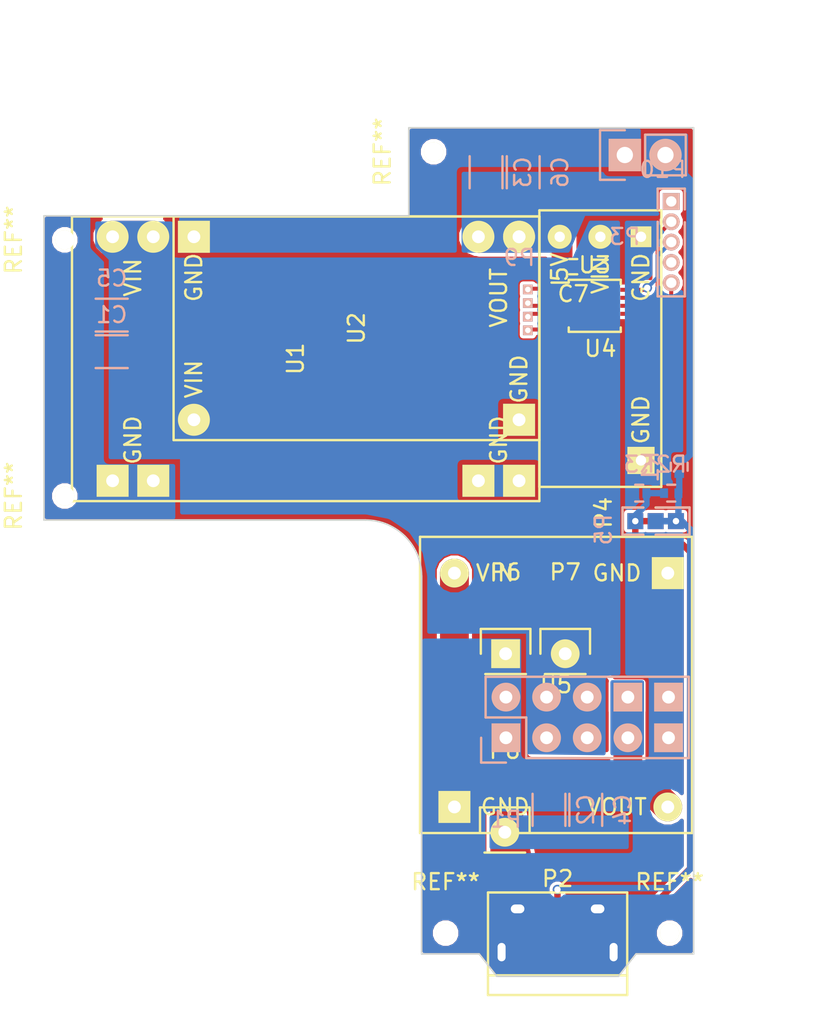
<source format=kicad_pcb>
(kicad_pcb (version 20211014) (generator pcbnew)
  (layers (0 "F.Cu" signal) (31 "B.Cu" signal) (34 "B.Paste" user) (35 "F.Paste" user) (36 "B.SilkS" user "B.Silkscreen") (37 "F.SilkS" user "F.Silkscreen") (38 "B.Mask" user) (39 "F.Mask" user) (44 "Edge.Cuts" user))
  (net 0 "")
  (net 1 "GND")
  (net 2 "/BAT")
  (net 3 "/CHG_IN")
  (net 4 "VCC")
  (net 5 "/CHARGE")
  (net 6 "/V3.3")
  (net 7 "/V0.6")
  (net 8 "/SDA1")
  (net 9 "/SCL1")
  (net 10 "/TMP_INT")
  (net 11 "/D1+")
  (net 12 "/D1-")
  (net 13 "/D2+")
  (net 14 "/D2-")
  (footprint "Mounting_Holes:MountingHole_1.2mm_M1" (layer "F.Cu") (at 97.5 150.3)
    (fp_text reference "REF**" (at 0 -3.2) (layer "F.SilkS"))
    (fp_text value "MountingHole_1.2mm_M1")
    (pad "" np_thru_hole circle locked (at 0 0) (size 1.2 1.2) (drill 1.2) (layers *.Cu *.Mask "F.SilkS"))
  )
  (footprint "Mounting_Holes:MountingHole_1.2mm_M1" (layer "F.Cu") (at 83.5 150.3)
    (fp_text reference "REF**" (at 0 -3.2) (layer "F.SilkS"))
    (fp_text value "MountingHole_1.2mm_M1")
    (pad "" np_thru_hole circle locked (at 0 0) (size 1.2 1.2) (drill 1.2) (layers *.Cu *.Mask "F.SilkS"))
  )
  (footprint "Mounting_Holes:MountingHole_1.2mm_M1" (layer "F.Cu") (at 59.7 107 90)
    (fp_text reference "REF**" (at 0 -3.2 90) (layer "F.SilkS"))
    (fp_text value "MountingHole_1.2mm_M1")
    (pad "" np_thru_hole circle locked (at 0 0 90) (size 1.2 1.2) (drill 1.2) (layers *.Cu *.Mask "F.SilkS"))
  )
  (footprint "Mounting_Holes:MountingHole_1.2mm_M1" (layer "F.Cu") (at 59.7 123 90)
    (fp_text reference "REF**" (at 0 -3.2 90) (layer "F.SilkS"))
    (fp_text value "MountingHole_1.2mm_M1")
    (pad "" np_thru_hole circle locked (at 0 0 90) (size 1.2 1.2) (drill 1.2) (layers *.Cu *.Mask "F.SilkS"))
  )
  (footprint "Connect:USB_Micro-B" (layer "F.Cu") (at 90.5 150.35)
    (fp_text reference "P2" (at 0 -3.45) (layer "F.SilkS"))
    (fp_text value "USB_Micro")
    (fp_line (start 4.3491 2.58746) (end -4.3509 2.58746) (layer "F.SilkS") (width 0.15))
    (fp_line (start -4.3509 3.81746) (end 4.3491 3.81746) (layer "F.SilkS") (width 0.15))
    (fp_line (start 4.3491 -2.58754) (end 4.3491 3.81746) (layer "F.SilkS") (width 0.15))
    (fp_line (start -4.3509 -2.58754) (end 4.3491 -2.58754) (layer "F.SilkS") (width 0.15))
    (fp_line (start -4.3509 3.81746) (end -4.3509 -2.58754) (layer "F.SilkS") (width 0.15))
    (pad "1" smd rect locked (at -1.3009 -1.56254 90) (size 1.35 0.4) (layers "F.Cu" "F.Paste" "F.Mask") (net 3 "/CHG_IN"))
    (pad "2" smd rect locked (at -0.6509 -1.56254 90) (size 1.35 0.4) (layers "F.Cu" "F.Paste" "F.Mask") (net 7 "/V0.6"))
    (pad "3" smd rect locked (at -0.0009 -1.56254 90) (size 1.35 0.4) (layers "F.Cu" "F.Paste" "F.Mask") (net 6 "/V3.3"))
    (pad "4" smd rect locked (at 0.6491 -1.56254 90) (size 1.35 0.4) (layers "F.Cu" "F.Paste" "F.Mask"))
    (pad "5" smd rect locked (at 1.2991 -1.56254 90) (size 1.35 0.4) (layers "F.Cu" "F.Paste" "F.Mask") (net 1 "GND"))
    (pad "6" thru_hole oval locked (at -3.5009 1.13746 90) (size 1.55 1) (drill oval 1.15 0.5) (layers *.Cu *.Mask) (net 1 "GND"))
    (pad "6" thru_hole oval locked (at 3.4991 1.13746 90) (size 1.55 1) (drill oval 1.15 0.5) (layers *.Cu *.Mask) (net 1 "GND"))
    (pad "6" thru_hole oval locked (at -2.5009 -1.56254 90) (size 0.95 1.25) (drill oval 0.55 0.85) (layers *.Cu *.Mask) (net 1 "GND"))
    (pad "6" thru_hole oval locked (at 2.4991 -1.56254 90) (size 0.95 1.25) (drill oval 0.55 0.85) (layers *.Cu *.Mask) (net 1 "GND"))
  )
  (footprint "Converters_DCDC_ACDC:DCDC_Conv_TPS61088_Boost" (layer "F.Cu") (at 74.12 114.427 90)
    (fp_text reference "U1" (at 0 0 90) (layer "F.SilkS"))
    (fp_text value "TPS61800 module")
    (fp_text user "VOUT" (at 3.81 12.7 90) (layer "F.SilkS"))
    (fp_text user "GND" (at -5.08 12.7 90) (layer "F.SilkS"))
    (fp_text user "VIN" (at 5.08 -10.16 270) (layer "F.SilkS"))
    (fp_text user "GND" (at -5.08 -10.16 90) (layer "F.SilkS"))
    (fp_line (start 8.89 15.24) (end -8.89 15.24) (layer "F.SilkS") (width 0.15))
    (fp_line (start -8.89 -13.97) (end 8.89 -13.97) (layer "F.SilkS") (width 0.15))
    (fp_line (start -8.89 15.24) (end -8.89 -13.97) (layer "F.SilkS") (width 0.15))
    (fp_line (start 8.89 -13.97) (end 8.89 15.24) (layer "F.SilkS") (width 0.15))
    (pad "1" connect rect locked (at -7.62 -10.16 90) (size 2 2.54) (layers "F.Cu" "F.Mask") (net 1 "GND"))
    (pad "1" connect rect locked (at -7.62 12.7 90) (size 2 2.54) (layers "B.Cu" "B.Mask") (net 1 "GND"))
    (pad "1" connect rect locked (at -7.62 12.7 90) (size 2 2.54) (layers "F.Cu" "F.Mask") (net 1 "GND"))
    (pad "1" thru_hole rect locked (at -7.62 -8.89 90) (size 2 2) (drill 0.8) (layers *.Cu *.Mask "F.SilkS") (net 1 "GND"))
    (pad "1" connect rect locked (at -7.62 -10.16 90) (size 2 2.54) (layers "B.Cu" "B.Mask") (net 1 "GND"))
    (pad "1" thru_hole rect locked (at -7.62 13.97 90) (size 2 2) (drill 0.8) (layers *.Cu *.Mask "F.SilkS") (net 1 "GND"))
    (pad "1" thru_hole rect locked (at -7.62 11.43 90) (size 2 2) (drill 0.8) (layers *.Cu *.Mask "F.SilkS") (net 1 "GND"))
    (pad "1" thru_hole rect locked (at -7.62 -11.43 90) (size 2 2) (drill 0.8) (layers *.Cu *.Mask "F.SilkS") (net 1 "GND"))
    (pad "2" thru_hole circle locked (at 7.62 -11.43 90) (size 2 2) (drill 0.8) (layers *.Cu *.Mask "F.SilkS") (net 2 "/BAT"))
    (pad "2" thru_hole circle locked (at 7.62 -8.89 90) (size 2 2) (drill 0.8) (layers *.Cu *.Mask "F.SilkS") (net 2 "/BAT"))
    (pad "2" connect rect locked (at 7.62 -10.16 90) (size 2 2.54) (layers "B.Cu" "B.Mask") (net 2 "/BAT"))
    (pad "2" connect rect locked (at 7.62 -10.16 90) (size 2 2.54) (layers "F.Cu" "F.Mask") (net 2 "/BAT"))
    (pad "3" connect rect locked (at 7.62 12.7 90) (size 2 2.54) (layers "B.Cu" "B.Mask") (net 4 "VCC"))
    (pad "3" thru_hole circle locked (at 7.62 13.97 90) (size 2 2) (drill 0.8) (layers *.Cu *.Mask "F.SilkS") (net 4 "VCC"))
    (pad "3" thru_hole circle locked (at 7.62 11.43 90) (size 2 2) (drill 0.8) (layers *.Cu *.Mask "F.SilkS") (net 4 "VCC"))
    (pad "3" connect rect locked (at 7.62 12.7 90) (size 2 2.54) (layers "F.Cu" "F.Mask") (net 4 "VCC"))
  )
  (footprint "Converters_DCDC_ACDC:DCDC_Conv_G5177-Boost" (layer "F.Cu") (at 77.93 112.522 -90)
    (fp_text reference "U2" (at 0 0 -90) (layer "F.SilkS"))
    (fp_text value "G5177 module")
    (fp_text user "GND" (at -3.175 10.16 -90) (layer "F.SilkS"))
    (fp_text user "GND" (at 3.175 -10.16 -90) (layer "F.SilkS"))
    (fp_text user "VIN" (at 3.175 10.16 90) (layer "F.SilkS"))
    (fp_line (start 6.985 11.43) (end -6.985 11.43) (layer "F.SilkS") (width 0.15))
    (fp_line (start -6.985 11.43) (end -6.985 -11.43) (layer "F.SilkS") (width 0.15))
    (fp_line (start 6.985 -11.43) (end 6.985 11.43) (layer "F.SilkS") (width 0.15))
    (fp_line (start -6.985 -11.43) (end 6.985 -11.43) (layer "F.SilkS") (width 0.15))
    (pad "1" thru_hole rect locked (at 5.715 -10.16 270) (size 2 2) (drill 0.8) (layers *.Cu *.Mask "F.SilkS") (net 1 "GND"))
    (pad "1" thru_hole rect locked (at -5.715 10.16 270) (size 2 2) (drill 0.8) (layers *.Cu *.Mask "F.SilkS") (net 1 "GND"))
    (pad "2" thru_hole circle locked (at 5.715 10.16 270) (size 2 2) (drill 0.8) (layers *.Cu *.Mask "F.SilkS") (net 2 "/BAT"))
    (pad "3" thru_hole circle locked (at -5.715 -10.16 270) (size 2 2) (drill 0.8) (layers *.Cu *.Mask "F.SilkS") (net 4 "VCC"))
  )
  (footprint "Converters_DCDC_ACDC:LDO_RT9018" (layer "F.Cu") (at 93.17 113.792 -90)
    (fp_text reference "U4" (at 0 0) (layer "F.SilkS"))
    (fp_text value "LDO_3V5")
    (fp_text user "GND" (at 4.445 -2.54 -90) (layer "F.SilkS"))
    (fp_text user "VIN" (at -4.6 0 -90) (layer "F.SilkS"))
    (fp_text user "5V" (at -5.08 2.54 -90) (layer "F.SilkS"))
    (fp_text user "GND" (at -4.445 -2.54 -90) (layer "F.SilkS"))
    (fp_line (start -8.636 -3.81) (end 8.636 -3.81) (layer "F.SilkS") (width 0.15))
    (fp_line (start -8.636 3.81) (end -8.636 -3.81) (layer "F.SilkS") (width 0.15))
    (fp_line (start 8.636 -3.81) (end 8.636 3.81) (layer "F.SilkS") (width 0.15))
    (fp_line (start 8.636 3.81) (end -8.636 3.81) (layer "F.SilkS") (width 0.15))
    (pad "1" thru_hole rect locked (at -6.985 -2.54 270) (size 1.3 1.3) (drill 0.65) (layers *.Cu *.Mask "F.SilkS") (net 1 "GND"))
    (pad "1" thru_hole rect locked (at 6.985 -2.54 270) (size 1.7 1.7) (drill 0.65) (layers *.Cu *.Mask "F.SilkS") (net 1 "GND"))
    (pad "2" thru_hole circle locked (at -6.985 0 270) (size 1.5 1.5) (drill 0.65) (layers *.Cu *.Mask "F.SilkS") (net 2 "/BAT"))
    (pad "3" thru_hole circle locked (at -6.985 2.54 270) (size 1.5 1.5) (drill 0.65) (layers *.Cu *.Mask "F.SilkS") (net 4 "VCC"))
  )
  (footprint "Converters_DCDC_ACDC:DCDC_Charger-TP5000-Bucket" (layer "F.Cu") (at 90.4 134.8)
    (fp_text reference "U5" (at 0 0) (layer "F.SilkS"))
    (fp_text value "TP5000 Charger")
    (fp_text user "VIN" (at -3.81 -6.985 180) (layer "F.SilkS"))
    (fp_text user "GND" (at -3.175 7.62) (layer "F.SilkS"))
    (fp_text user "GND" (at 3.81 -6.985) (layer "F.SilkS"))
    (fp_text user "VOUT" (at 3.81 7.62) (layer "F.SilkS"))
    (fp_line (start -8.5 -9.25) (end 8.5 -9.25) (layer "F.SilkS") (width 0.15))
    (fp_line (start 8.5 -9.25) (end 8.5 9.25) (layer "F.SilkS") (width 0.15))
    (fp_line (start 8.5 9.25) (end -8.5 9.25) (layer "F.SilkS") (width 0.15))
    (fp_line (start -8.5 9.25) (end -8.5 -9.25) (layer "F.SilkS") (width 0.15))
    (pad "1" thru_hole rect locked (at 6.985 -6.985) (size 2 2) (drill 0.8) (layers *.Cu *.Mask "F.SilkS") (net 1 "GND"))
    (pad "1" thru_hole rect locked (at -6.35 7.62) (size 2 2) (drill 0.8) (layers *.Cu *.Mask "F.SilkS") (net 1 "GND"))
    (pad "2" thru_hole circle locked (at -6.35 -6.985) (size 1.8 1.8) (drill 0.8) (layers *.Cu *.Mask "F.SilkS") (net 3 "/CHG_IN"))
    (pad "3" thru_hole circle locked (at 6.985 7.62) (size 1.8 1.8) (drill 0.8) (layers *.Cu *.Mask "F.SilkS") (net 5 "/CHARGE"))
  )
  (footprint "Pin_Headers:Pin_Header_Straight_1x03_Pitch1.27mm" (layer "F.Cu") (at 95.354805 124.568709 90)
    (fp_text reference "P4" (at 0.53 -1.99 90) (layer "F.SilkS"))
    (fp_text value "CONN_01X03")
    (fp_line (start 0.85 -0.8) (end -0.85 -0.8) (layer "F.SilkS") (width 0.15))
    (fp_line (start 0.85 3.39) (end 0.85 1.27) (layer "F.SilkS") (width 0.15))
    (fp_line (start 0.85 -0.8) (end 0.85 0.5) (layer "F.SilkS") (width 0.15))
    (fp_line (start -0.85 3.39) (end 0.85 3.39) (layer "F.SilkS") (width 0.15))
    (fp_line (start -0.85 3.39) (end -0.85 1.3) (layer "F.SilkS") (width 0.15))
    (fp_line (start -0.85 -0.8) (end -0.85 0.5) (layer "F.SilkS") (width 0.15))
    (pad "1" smd rect locked (at 0 0 90) (size 1 1) (layers "F.Cu" "F.Paste" "F.Mask") (net 7 "/V0.6"))
    (pad "2" smd rect locked (at 0 1.27 90) (size 1 1) (layers "F.Cu" "F.Paste" "F.Mask") (net 7 "/V0.6"))
    (pad "3" smd rect locked (at 0 2.54 90) (size 1 1) (layers "F.Cu" "F.Paste" "F.Mask") (net 6 "/V3.3"))
  )
  (footprint "Pin_Headers:Pin_Header_Straight_1x01" (layer "F.Cu") (at 87.25 132.85)
    (fp_text reference "P6" (at 0 -5.1) (layer "F.SilkS"))
    (fp_text value "CONN_01X01")
    (fp_line (start -1.27 1.27) (end 1.27 1.27) (layer "F.SilkS") (width 0.15))
    (fp_line (start 1.55 -1.55) (end 1.55 0) (layer "F.SilkS") (width 0.15))
    (fp_line (start -1.55 0) (end -1.55 -1.55) (layer "F.SilkS") (width 0.15))
    (fp_line (start -1.55 -1.55) (end 1.55 -1.55) (layer "F.SilkS") (width 0.15))
    (pad "1" thru_hole rect locked (at 0 0) (size 1.8 1.8) (drill 0.8) (layers *.Cu *.Mask "F.SilkS") (net 1 "GND"))
  )
  (footprint "Pin_Headers:Pin_Header_Straight_1x01" (layer "F.Cu") (at 90.975 132.85)
    (fp_text reference "P7" (at 0 -5.1) (layer "F.SilkS"))
    (fp_text value "CONN_01X01")
    (fp_line (start 1.55 -1.55) (end 1.55 0) (layer "F.SilkS") (width 0.15))
    (fp_line (start -1.55 0) (end -1.55 -1.55) (layer "F.SilkS") (width 0.15))
    (fp_line (start -1.55 -1.55) (end 1.55 -1.55) (layer "F.SilkS") (width 0.15))
    (fp_line (start -1.27 1.27) (end 1.27 1.27) (layer "F.SilkS") (width 0.15))
    (pad "1" thru_hole circle locked (at 0 0) (size 1.8 1.8) (drill 0.8) (layers *.Cu *.Mask "F.SilkS") (net 2 "/BAT"))
  )
  (footprint "Pin_Headers:Pin_Header_Straight_1x01" (layer "F.Cu") (at 87.2 144)
    (fp_text reference "P8" (at 0 -5.1) (layer "F.SilkS"))
    (fp_text value "CONN_01X01")
    (fp_line (start -1.27 1.27) (end 1.27 1.27) (layer "F.SilkS") (width 0.15))
    (fp_line (start 1.55 -1.55) (end 1.55 0) (layer "F.SilkS") (width 0.15))
    (fp_line (start -1.55 -1.55) (end 1.55 -1.55) (layer "F.SilkS") (width 0.15))
    (fp_line (start -1.55 0) (end -1.55 -1.55) (layer "F.SilkS") (width 0.15))
    (pad "1" thru_hole circle locked (at 0 0) (size 1.8 1.8) (drill 0.8) (layers *.Cu *.Mask "F.SilkS") (net 3 "/CHG_IN"))
  )
  (footprint "Mounting_Holes:MountingHole_1.2mm_M1" (layer "F.Cu") (at 82.75 101.5 90)
    (fp_text reference "REF**" (at 0 -3.2 90) (layer "F.SilkS"))
    (fp_text value "MountingHole_1.2mm_M1")
    (pad "" np_thru_hole circle locked (at 0 0 90) (size 1.2 1.2) (drill 1.2) (layers *.Cu *.Mask "F.SilkS"))
  )
  (footprint "Capacitors_SMD:C_0402" (layer "F.Cu") (at 91.475 108.675 180)
    (fp_text reference "C7" (at 0 -1.7 180) (layer "F.SilkS"))
    (fp_text value "100nF")
    (fp_line (start 0.25 -0.475) (end -0.25 -0.475) (layer "F.SilkS") (width 0.15))
    (fp_line (start -0.25 0.475) (end 0.25 0.475) (layer "F.SilkS") (width 0.15))
    (pad "1" smd rect locked (at -0.55 0 180) (size 0.5 0.5) (layers "F.Cu" "F.Paste" "F.Mask") (net 1 "GND"))
    (pad "2" smd rect locked (at 0.55 0 180) (size 0.5 0.5) (layers "F.Cu" "F.Paste" "F.Mask") (net 4 "VCC"))
  )
  (footprint "Housings_SSOP:TSSOP-10_3x3mm_Pitch0.5mm" (layer "F.Cu") (at 92.82 111.12)
    (fp_text reference "U3" (at 0 -2.55) (layer "F.SilkS"))
    (fp_text value "TMP432")
    (fp_line (start 1.625 -1.625) (end 1.625 -1.35) (layer "F.SilkS") (width 0.15))
    (fp_line (start 1.625 1.625) (end 1.625 1.35) (layer "F.SilkS") (width 0.15))
    (fp_line (start -1.625 -1.625) (end 1.625 -1.625) (layer "F.SilkS") (width 0.15))
    (fp_line (start -1.625 -1.45) (end -2.7 -1.45) (layer "F.SilkS") (width 0.15))
    (fp_line (start -1.625 1.625) (end 1.625 1.625) (layer "F.SilkS") (width 0.15))
    (fp_line (start -1.625 -1.625) (end -1.625 -1.45) (layer "F.SilkS") (width 0.15))
    (fp_line (start -1.625 1.625) (end -1.625 1.35) (layer "F.SilkS") (width 0.15))
    (pad "1" smd rect locked (at -2.15 -1) (size 1.1 0.25) (layers "F.Cu" "F.Paste" "F.Mask") (net 4 "VCC"))
    (pad "2" smd rect locked (at -2.15 -0.5) (size 1.1 0.25) (layers "F.Cu" "F.Paste" "F.Mask") (net 11 "/D1+"))
    (pad "3" smd rect locked (at -2.15 0) (size 1.1 0.25) (layers "F.Cu" "F.Paste" "F.Mask") (net 12 "/D1-"))
    (pad "4" smd rect locked (at -2.15 0.5) (size 1.1 0.25) (layers "F.Cu" "F.Paste" "F.Mask") (net 13 "/D2+"))
    (pad "5" smd rect locked (at -2.15 1) (size 1.1 0.25) (layers "F.Cu" "F.Paste" "F.Mask") (net 14 "/D2-"))
    (pad "6" smd rect locked (at 2.15 1) (size 1.1 0.25) (layers "F.Cu" "F.Paste" "F.Mask") (net 1 "GND"))
    (pad "7" smd rect locked (at 2.15 0.5) (size 1.1 0.25) (layers "F.Cu" "F.Paste" "F.Mask") (net 10 "/TMP_INT"))
    (pad "8" smd rect locked (at 2.15 0) (size 1.1 0.25) (layers "F.Cu" "F.Paste" "F.Mask") (net 10 "/TMP_INT"))
    (pad "9" smd rect locked (at 2.15 -0.5) (size 1.1 0.25) (layers "F.Cu" "F.Paste" "F.Mask") (net 8 "/SDA1"))
    (pad "10" smd rect locked (at 2.15 -1) (size 1.1 0.25) (layers "F.Cu" "F.Paste" "F.Mask") (net 9 "/SCL1"))
  )
  (footprint "Socket_Strips:Socket_Strip_Straight_2x05" (layer "B.Cu") (at 87.27 138.1)
    (fp_text reference "P1" (at 0 5.1) (layer "B.SilkS") (effects (justify mirror)))
    (fp_text value "CONN5")
    (fp_line (start 1.27 -1.27) (end 1.27 1.27) (layer "B.SilkS") (width 0.15))
    (fp_line (start 11.43 -3.81) (end 11.43 1.27) (layer "B.SilkS") (width 0.15))
    (fp_line (start 0 1.55) (end -1.55 1.55) (layer "B.SilkS") (width 0.15))
    (fp_line (start 11.43 1.27) (end 1.27 1.27) (layer "B.SilkS") (width 0.15))
    (fp_line (start -1.27 -3.81) (end -1.27 -1.27) (layer "B.SilkS") (width 0.15))
    (fp_line (start -1.27 -1.27) (end 1.27 -1.27) (layer "B.SilkS") (width 0.15))
    (fp_line (start -1.55 1.55) (end -1.55 0) (layer "B.SilkS") (width 0.15))
    (fp_line (start -1.27 -3.81) (end 11.43 -3.81) (layer "B.SilkS") (width 0.15))
    (pad "1" thru_hole rect locked (at 0 0) (size 1.8 1.8) (drill 0.8) (layers *.Cu *.Mask "B.SilkS") (net 1 "GND"))
    (pad "2" thru_hole circle locked (at 0 -2.54) (size 1.8 1.8) (drill 0.8) (layers *.Cu *.Mask "B.SilkS") (net 1 "GND"))
    (pad "3" thru_hole circle locked (at 2.54 0) (size 1.8 1.8) (drill 0.8) (layers *.Cu *.Mask "B.SilkS") (net 2 "/BAT"))
    (pad "4" thru_hole circle locked (at 2.54 -2.54) (size 1.8 1.8) (drill 0.8) (layers *.Cu *.Mask "B.SilkS") (net 2 "/BAT"))
    (pad "5" thru_hole circle locked (at 5.08 0) (size 1.8 1.8) (drill 0.8) (layers *.Cu *.Mask "B.SilkS") (net 2 "/BAT"))
    (pad "6" thru_hole circle locked (at 5.08 -2.54) (size 1.8 1.8) (drill 0.8) (layers *.Cu *.Mask "B.SilkS") (net 2 "/BAT"))
    (pad "7" thru_hole circle locked (at 7.62 0) (size 1.8 1.8) (drill 0.8) (layers *.Cu *.Mask "B.SilkS") (net 5 "/CHARGE"))
    (pad "8" thru_hole rect locked (at 7.62 -2.54) (size 1.8 1.8) (drill 0.8) (layers *.Cu *.Mask "B.SilkS") (net 5 "/CHARGE"))
    (pad "9" thru_hole rect locked (at 10.16 0) (size 1.8 1.8) (drill 0.8) (layers *.Cu *.Mask "B.SilkS") (net 1 "GND"))
    (pad "10" thru_hole rect locked (at 10.16 -2.54) (size 1.8 1.8) (drill 0.8) (layers *.Cu *.Mask "B.SilkS") (net 1 "GND"))
  )
  (footprint "Socket_Strips:Socket_Strip_Straight_1x02" (layer "B.Cu") (at 94.7 101.7)
    (fp_text reference "P3" (at 0 5.1) (layer "B.SilkS") (effects (justify mirror)))
    (fp_text value "CONN_VCC")
    (fp_line (start 1.27 1.27) (end 3.81 1.27) (layer "B.SilkS") (width 0.15))
    (fp_line (start -1.55 1.55) (end -1.55 -1.55) (layer "B.SilkS") (width 0.15))
    (fp_line (start 3.81 -1.27) (end 1.27 -1.27) (layer "B.SilkS") (width 0.15))
    (fp_line (start 0 1.55) (end -1.55 1.55) (layer "B.SilkS") (width 0.15))
    (fp_line (start 1.27 -1.27) (end 1.27 1.27) (layer "B.SilkS") (width 0.15))
    (fp_line (start -1.55 -1.55) (end 0 -1.55) (layer "B.SilkS") (width 0.15))
    (fp_line (start 3.81 1.27) (end 3.81 -1.27) (layer "B.SilkS") (width 0.15))
    (pad "1" thru_hole rect locked (at 0 0) (size 2.032 2.032) (drill 1.016) (layers *.Cu *.Mask "B.SilkS") (net 1 "GND"))
    (pad "2" thru_hole oval locked (at 2.54 0) (size 2.032 2.032) (drill 1.016) (layers *.Cu *.Mask "B.SilkS") (net 4 "VCC"))
  )
  (footprint "Pin_Headers:Pin_Header_Straight_1x03_Pitch1.27mm" (layer "B.Cu") (at 95.354805 124.568709 -90)
    (fp_text reference "P5" (at 0.53 1.99 -90) (layer "B.SilkS") (effects (justify mirror)))
    (fp_text value "CONN_01X03")
    (fp_line (start 0.85 -3.39) (end 0.85 -1.27) (layer "B.SilkS") (width 0.15))
    (fp_line (start -0.85 -3.39) (end 0.85 -3.39) (layer "B.SilkS") (width 0.15))
    (fp_line (start 0.85 0.8) (end -0.85 0.8) (layer "B.SilkS") (width 0.15))
    (fp_line (start 0.85 0.8) (end 0.85 -0.5) (layer "B.SilkS") (width 0.15))
    (fp_line (start -0.85 -3.39) (end -0.85 -1.3) (layer "B.SilkS") (width 0.15))
    (fp_line (start -0.85 0.8) (end -0.85 -0.5) (layer "B.SilkS") (width 0.15))
    (pad "1" smd rect locked (at 0 0 270) (size 1 1) (layers "B.Cu" "B.Paste" "B.Mask") (net 7 "/V0.6"))
    (pad "2" smd rect locked (at 0 -1.27 270) (size 1 1) (layers "B.Cu" "B.Paste" "B.Mask") (net 6 "/V3.3"))
    (pad "3" smd rect locked (at 0 -2.54 270) (size 1 1) (layers "B.Cu" "B.Paste" "B.Mask") (net 6 "/V3.3"))
  )
  (footprint "Resistors_SMD:R_0402" (layer "B.Cu") (at 98.1 121.17 -90)
    (fp_text reference "R1" (at 0 1.8 -90) (layer "B.SilkS") (effects (justify mirror)))
    (fp_text value "2M")
    (fp_line (start 0.25 0.525) (end -0.25 0.525) (layer "B.SilkS") (width 0.15))
    (fp_line (start -0.25 -0.525) (end 0.25 -0.525) (layer "B.SilkS") (width 0.15))
    (pad "1" smd rect locked (at -0.45 0 270) (size 0.5 0.6) (layers "B.Cu" "B.Paste" "B.Mask") (net 4 "VCC"))
    (pad "2" smd rect locked (at 0.45 0 270) (size 0.5 0.6) (layers "B.Cu" "B.Paste" "B.Mask") (net 6 "/V3.3"))
  )
  (footprint "Resistors_SMD:R_0402" (layer "B.Cu") (at 97.6 122.82 180)
    (fp_text reference "R2" (at 0 1.8 180) (layer "B.SilkS") (effects (justify mirror)))
    (fp_text value "1M")
    (fp_line (start -0.25 -0.525) (end 0.25 -0.525) (layer "B.SilkS") (width 0.15))
    (fp_line (start 0.25 0.525) (end -0.25 0.525) (layer "B.SilkS") (width 0.15))
    (pad "1" smd rect locked (at -0.45 0 180) (size 0.5 0.6) (layers "B.Cu" "B.Paste" "B.Mask") (net 6 "/V3.3"))
    (pad "2" smd rect locked (at 0.45 0 180) (size 0.5 0.6) (layers "B.Cu" "B.Paste" "B.Mask") (net 7 "/V0.6"))
  )
  (footprint "Resistors_SMD:R_0402" (layer "B.Cu") (at 95.6 122.82 180)
    (fp_text reference "R3" (at 0 1.8 180) (layer "B.SilkS") (effects (justify mirror)))
    (fp_text value "400K")
    (fp_line (start -0.25 -0.525) (end 0.25 -0.525) (layer "B.SilkS") (width 0.15))
    (fp_line (start 0.25 0.525) (end -0.25 0.525) (layer "B.SilkS") (width 0.15))
    (pad "1" smd rect locked (at -0.45 0 180) (size 0.5 0.6) (layers "B.Cu" "B.Paste" "B.Mask") (net 7 "/V0.6"))
    (pad "2" smd rect locked (at 0.45 0 180) (size 0.5 0.6) (layers "B.Cu" "B.Paste" "B.Mask") (net 1 "GND"))
  )
  (footprint "Capacitors_SMD:C_1206" (layer "B.Cu") (at 62.63169 113.982092 180)
    (fp_text reference "C1" (at 0 2.3 180) (layer "B.SilkS") (effects (justify mirror)))
    (fp_text value "47uF")
    (fp_line (start 1 1.025) (end -1 1.025) (layer "B.SilkS") (width 0.15))
    (fp_line (start -1 -1.025) (end 1 -1.025) (layer "B.SilkS") (width 0.15))
    (pad "1" smd rect locked (at -1.5 0 180) (size 1 1.6) (layers "B.Cu" "B.Paste" "B.Mask") (net 2 "/BAT"))
    (pad "2" smd rect locked (at 1.5 0 180) (size 1 1.6) (layers "B.Cu" "B.Paste" "B.Mask") (net 1 "GND"))
  )
  (footprint "Capacitors_SMD:C_1206" (layer "B.Cu") (at 89.96 142.6 90)
    (fp_text reference "C2" (at 0 2.3 90) (layer "B.SilkS") (effects (justify mirror)))
    (fp_text value "47uF")
    (fp_line (start 1 1.025) (end -1 1.025) (layer "B.SilkS") (width 0.15))
    (fp_line (start -1 -1.025) (end 1 -1.025) (layer "B.SilkS") (width 0.15))
    (pad "1" smd rect locked (at -1.5 0 90) (size 1 1.6) (layers "B.Cu" "B.Paste" "B.Mask") (net 3 "/CHG_IN"))
    (pad "2" smd rect locked (at 1.5 0 90) (size 1 1.6) (layers "B.Cu" "B.Paste" "B.Mask") (net 1 "GND"))
  )
  (footprint "Capacitors_SMD:C_1206" (layer "B.Cu") (at 86.028183 102.776945 90)
    (fp_text reference "C3" (at 0 2.3 90) (layer "B.SilkS") (effects (justify mirror)))
    (fp_text value "47uF")
    (fp_line (start 1 1.025) (end -1 1.025) (layer "B.SilkS") (width 0.15))
    (fp_line (start -1 -1.025) (end 1 -1.025) (layer "B.SilkS") (width 0.15))
    (pad "1" smd rect locked (at -1.5 0 90) (size 1 1.6) (layers "B.Cu" "B.Paste" "B.Mask") (net 4 "VCC"))
    (pad "2" smd rect locked (at 1.5 0 90) (size 1 1.6) (layers "B.Cu" "B.Paste" "B.Mask") (net 1 "GND"))
  )
  (footprint "Capacitors_SMD:C_1206" (layer "B.Cu") (at 92.26 142.6 90)
    (fp_text reference "C4" (at 0 2.3 90) (layer "B.SilkS") (effects (justify mirror)))
    (fp_text value "47uF")
    (fp_line (start 1 1.025) (end -1 1.025) (layer "B.SilkS") (width 0.15))
    (fp_line (start -1 -1.025) (end 1 -1.025) (layer "B.SilkS") (width 0.15))
    (pad "1" smd rect locked (at -1.5 0 90) (size 1 1.6) (layers "B.Cu" "B.Paste" "B.Mask") (net 3 "/CHG_IN"))
    (pad "2" smd rect locked (at 1.5 0 90) (size 1 1.6) (layers "B.Cu" "B.Paste" "B.Mask") (net 1 "GND"))
  )
  (footprint "Capacitors_SMD:C_1206" (layer "B.Cu") (at 62.63169 111.70051 180)
    (fp_text reference "C5" (at 0 2.3 180) (layer "B.SilkS") (effects (justify mirror)))
    (fp_text value "47uF")
    (fp_line (start -1 -1.025) (end 1 -1.025) (layer "B.SilkS") (width 0.15))
    (fp_line (start 1 1.025) (end -1 1.025) (layer "B.SilkS") (width 0.15))
    (pad "1" smd rect locked (at -1.5 0 180) (size 1 1.6) (layers "B.Cu" "B.Paste" "B.Mask") (net 2 "/BAT"))
    (pad "2" smd rect locked (at 1.5 0 180) (size 1 1.6) (layers "B.Cu" "B.Paste" "B.Mask") (net 1 "GND"))
  )
  (footprint "Capacitors_SMD:C_1206" (layer "B.Cu") (at 88.35 102.776945 90)
    (fp_text reference "C6" (at 0 2.3 90) (layer "B.SilkS") (effects (justify mirror)))
    (fp_text value "47uF")
    (fp_line (start 1 1.025) (end -1 1.025) (layer "B.SilkS") (width 0.15))
    (fp_line (start -1 -1.025) (end 1 -1.025) (layer "B.SilkS") (width 0.15))
    (pad "1" smd rect locked (at -1.5 0 90) (size 1 1.6) (layers "B.Cu" "B.Paste" "B.Mask") (net 4 "VCC"))
    (pad "2" smd rect locked (at 1.5 0 90) (size 1 1.6) (layers "B.Cu" "B.Paste" "B.Mask") (net 1 "GND"))
  )
  (footprint "Pin_Headers:Pin_Header_Straight_1x04_Pitch1.27mm" (layer "B.Cu") (at 88.64 110.1 180)
    (fp_text reference "P9" (at 0.53 1.99 180) (layer "B.SilkS") (effects (justify mirror)))
    (fp_text value "CONN_01X02")
    (pad "1" thru_hole rect locked (at 0 0 180) (size 0.6 0.6) (drill 0.35) (layers *.Cu *.Mask "B.SilkS") (net 11 "/D1+"))
    (pad "2" thru_hole rect locked (at 0 -0.85 180) (size 0.6 0.6) (drill 0.35) (layers *.Cu *.Mask "B.SilkS") (net 12 "/D1-"))
    (pad "3" thru_hole rect locked (at 0 -1.7 180) (size 0.6 0.6) (drill 0.35) (layers *.Cu *.Mask "B.SilkS") (net 13 "/D2+"))
    (pad "4" thru_hole rect locked (at 0 -2.55 180) (size 0.6 0.6) (drill 0.35) (layers *.Cu *.Mask "B.SilkS") (net 14 "/D2-"))
  )
  (footprint "Socket_Strips:Socket_Strip_Straight_1x05_Pitch1.27mm" (layer "B.Cu") (at 97.6 104.6 180)
    (fp_text reference "P10" (at 0.53 1.99 180) (layer "B.SilkS") (effects (justify mirror)))
    (fp_text value "CONN_01X05")
    (fp_line (start -0.85 -5.93) (end 0.85 -5.93) (layer "B.SilkS") (width 0.15))
    (fp_line (start -0.85 -5.93) (end -0.85 -1.3) (layer "B.SilkS") (width 0.15))
    (fp_line (start 0.85 -5.93) (end 0.85 -1.27) (layer "B.SilkS") (width 0.15))
    (fp_line (start 0.85 0.8) (end 0.85 -0.5) (layer "B.SilkS") (width 0.15))
    (fp_line (start -0.85 0.8) (end -0.85 -0.5) (layer "B.SilkS") (width 0.15))
    (fp_line (start 0.85 0.8) (end -0.85 0.8) (layer "B.SilkS") (width 0.15))
    (pad "1" thru_hole rect locked (at 0 0 180) (size 1.05 1.05) (drill 0.65) (layers *.Cu *.Mask "B.SilkS"))
    (pad "2" thru_hole circle locked (at 0 -1.27 180) (size 1.05 1.05) (drill 0.65) (layers *.Cu *.Mask "B.SilkS") (net 8 "/SDA1"))
    (pad "3" thru_hole circle locked (at 0 -2.54 180) (size 1.05 1.05) (drill 0.65) (layers *.Cu *.Mask "B.SilkS") (net 9 "/SCL1"))
    (pad "4" thru_hole circle locked (at 0 -3.81 180) (size 1.05 1.05) (drill 0.65) (layers *.Cu *.Mask "B.SilkS"))
    (pad "5" thru_hole circle locked (at 0 -5.08 180) (size 1.05 1.05) (drill 0.65) (layers *.Cu *.Mask "B.SilkS") (net 10 "/TMP_INT"))
  )
  (gr_line (start 58.4 105.5) (end 58.4 124.5) (layer "Edge.Cuts") (width 0.1))
  (gr_arc (start 78.5 124.5) (mid 80.974874 125.525126) (end 82 128) (layer "Edge.Cuts") (width 0.1))
  (gr_line (start 86.7 153) (end 94.3 153) (layer "Edge.Cuts") (width 0.1))
  (gr_line (start 81.2 100) (end 81.2 105.5) (layer "Edge.Cuts") (width 0.1))
  (gr_line (start 58.4 124.5) (end 78.5 124.5) (layer "Edge.Cuts") (width 0.1))
  (gr_line (start 82 151.6) (end 85.6 151.6) (layer "Edge.Cuts") (width 0.1))
  (gr_line (start 99 151.6) (end 99 100) (layer "Edge.Cuts") (width 0.1))
  (gr_line (start 95.4 151.6) (end 99 151.6) (layer "Edge.Cuts") (width 0.1))
  (gr_line (start 99 100) (end 81.2 100) (layer "Edge.Cuts") (width 0.1))
  (gr_line (start 85.6 151.6) (end 86.7 153) (layer "Edge.Cuts") (width 0.1))
  (gr_line (start 82 128) (end 82 151.6) (layer "Edge.Cuts") (width 0.1))
  (gr_line (start 94.3 153) (end 95.4 151.6) (layer "Edge.Cuts") (width 0.1))
  (gr_line (start 81.2 105.5) (end 58.4 105.5) (layer "Edge.Cuts") (width 0.1))
  (segment (start 87.25 138.08) (end 87.27 138.1) (width 1.8) (layer "B.Cu") (net 1))
  (segment (start 84.05 138.660002) (end 84.05 129.087792) (width 1.8) (layer "F.Cu") (net 3))
  (segment (start 87.21 141.820002) (end 84.05 138.660002) (width 1.8) (layer "F.Cu") (net 3))
  (segment (start 87.2 144) (end 87.2 141.830002) (width 1.8) (layer "F.Cu") (net 3))
  (segment (start 87.2 141.830002) (end 87.21 141.820002) (width 1.8) (layer "F.Cu") (net 3))
  (segment (start 84.05 129.087792) (end 84.05 127.815) (width 1.8) (layer "F.Cu") (net 3))
  (segment (start 90.67 108.93) (end 90.925 108.675) (width 0.25) (layer "F.Cu") (net 4))
  (segment (start 90.67 110.12) (end 90.67 108.93) (width 0.25) (layer "F.Cu") (net 4))
  (segment (start 98.75 120.45) (end 98.75 103.21) (width 0.4) (layer "B.Cu") (net 4))
  (segment (start 98.48 120.72) (end 98.75 120.45) (width 0.4) (layer "B.Cu") (net 4))
  (segment (start 98.75 103.21) (end 97.24 101.7) (width 0.4) (layer "B.Cu") (net 4))
  (segment (start 98.1 120.72) (end 98.48 120.72) (width 0.4) (layer "B.Cu") (net 4))
  (segment (start 94.89 139.925) (end 97.385 142.42) (width 1.8) (layer "F.Cu") (net 5))
  (segment (start 94.89 135.56) (end 94.89 138.1) (width 1.8) (layer "F.Cu") (net 5))
  (segment (start 94.89 138.1) (end 94.89 139.925) (width 1.8) (layer "F.Cu") (net 5))
  (segment (start 90.49 147.58) (end 90.49 148.77836) (width 0.4) (layer "F.Cu") (net 6))
  (segment (start 90.49 148.77836) (end 90.4991 148.78746) (width 0.4) (layer "F.Cu") (net 6))
  (via (at 97.894805 124.568709) (size 0.6) (drill 0.4) (layers "F.Cu" "B.Cu") (net 6))
  (via (at 90.49 147.58) (size 0.6) (drill 0.4) (layers "F.Cu" "B.Cu") (net 6))
  (segment (start 96.624805 124.568709) (end 97.524805 124.568709) (width 0.4) (layer "B.Cu") (net 6))
  (segment (start 98.1 121.62) (end 98.1 122.77) (width 0.4) (layer "B.Cu") (net 6))
  (segment (start 98.268709 124.568709) (end 98.785001 125.085001) (width 0.4) (layer "B.Cu") (net 6))
  (segment (start 98.785001 146.294999) (end 97.59 147.49) (width 0.4) (layer "B.Cu") (net 6))
  (segment (start 90.58 147.49) (end 90.49 147.58) (width 0.4) (layer "B.Cu") (net 6))
  (segment (start 98.1 122.77) (end 98.05 122.82) (width 0.4) (layer "B.Cu") (net 6))
  (segment (start 97.894805 124.568709) (end 98.268709 124.568709) (width 0.4) (layer "B.Cu") (net 6))
  (segment (start 98.05 122.82) (end 98.05 124.413514) (width 0.4) (layer "B.Cu") (net 6))
  (segment (start 98.05 124.413514) (end 97.894805 124.568709) (width 0.4) (layer "B.Cu") (net 6))
  (segment (start 98.785001 125.085001) (end 98.785001 146.294999) (width 0.4) (layer "B.Cu") (net 6))
  (segment (start 97.59 147.49) (end 90.58 147.49) (width 0.4) (layer "B.Cu") (net 6))
  (segment (start 97.75 124.423904) (end 97.894805 124.568709) (width 0.4) (layer "B.Cu") (net 6))
  (segment (start 96.624805 124.568709) (end 97.894805 124.568709) (width 0.4) (layer "B.Cu") (net 6))
  (segment (start 97.955429 124.508085) (end 97.894805 124.568709) (width 0.4) (layer "B.Cu") (net 6))
  (segment (start 89.8491 149.86246) (end 89.8491 148.78746) (width 0.4) (layer "F.Cu") (net 7))
  (segment (start 95.354805 125.468709) (end 95.926096 126.04) (width 0.4) (layer "F.Cu") (net 7))
  (segment (start 98.785001 126.494999) (end 98.785001 146.264999) (width 0.4) (layer "F.Cu") (net 7))
  (segment (start 98.785001 146.264999) (end 95.125 149.925) (width 0.4) (layer "F.Cu") (net 7))
  (segment (start 95.354805 124.568709) (end 95.354805 125.468709) (width 0.4) (layer "F.Cu") (net 7))
  (segment (start 95.354805 124.568709) (end 96.624805 124.568709) (width 0.4) (layer "F.Cu") (net 7))
  (segment (start 95.125 149.925) (end 89.91164 149.925) (width 0.4) (layer "F.Cu") (net 7))
  (segment (start 98.330002 126.04) (end 98.785001 126.494999) (width 0.4) (layer "F.Cu") (net 7))
  (segment (start 95.926096 126.04) (end 98.330002 126.04) (width 0.4) (layer "F.Cu") (net 7))
  (segment (start 89.91164 149.925) (end 89.8491 149.86246) (width 0.4) (layer "F.Cu") (net 7))
  (via (at 95.354805 124.568709) (size 0.6) (drill 0.4) (layers "F.Cu" "B.Cu") (net 7))
  (segment (start 95.354805 124.215195) (end 95.354805 124.568709) (width 0.4) (layer "B.Cu") (net 7))
  (segment (start 97.15 122.82) (end 96.05 122.82) (width 0.4) (layer "B.Cu") (net 7))
  (segment (start 96.05 123.52) (end 95.354805 124.215195) (width 0.4) (layer "B.Cu") (net 7))
  (segment (start 96.05 122.82) (end 96.05 123.52) (width 0.4) (layer "B.Cu") (net 7))
  (segment (start 96.45 110.62) (end 96.749999 110.320001) (width 0.25) (layer "F.Cu") (net 8))
  (segment (start 96.749999 110.320001) (end 96.749999 106.720001) (width 0.25) (layer "F.Cu") (net 8))
  (segment (start 97.075001 106.394999) (end 97.6 105.87) (width 0.25) (layer "F.Cu") (net 8))
  (segment (start 94.97 110.62) (end 96.45 110.62) (width 0.25) (layer "F.Cu") (net 8))
  (segment (start 96.749999 106.720001) (end 97.075001 106.394999) (width 0.25) (layer "F.Cu") (net 8))
  (segment (start 94.97 110.12) (end 95.97499 110.12) (width 0.25) (layer "F.Cu") (net 9))
  (segment (start 95.97499 110.12) (end 96.1 109.99499) (width 0.25) (layer "F.Cu") (net 9))
  (via (at 96.1 109.99499) (size 0.6) (drill 0.4) (layers "F.Cu" "B.Cu") (net 9))
  (segment (start 96.749999 107.990001) (end 97.075001 107.664999) (width 0.25) (layer "B.Cu") (net 9))
  (segment (start 97.075001 107.664999) (end 97.6 107.14) (width 0.25) (layer "B.Cu") (net 9))
  (segment (start 96.1 109.99499) (end 96.749999 109.344991) (width 0.25) (layer "B.Cu") (net 9))
  (segment (start 96.749999 109.344991) (end 96.749999 107.990001) (width 0.25) (layer "B.Cu") (net 9))
  (segment (start 96.94 111.12) (end 97.6 110.46) (width 0.25) (layer "F.Cu") (net 10))
  (segment (start 94.97 111.62) (end 94.97 111.12) (width 0.25) (layer "F.Cu") (net 10))
  (segment (start 94.97 111.12) (end 96.94 111.12) (width 0.25) (layer "F.Cu") (net 10))
  (segment (start 97.6 110.46) (end 97.6 109.68) (width 0.25) (layer "F.Cu") (net 10))
  (segment (start 89.339998 110.05) (end 89.909998 110.62) (width 0.25) (layer "F.Cu") (net 11))
  (segment (start 88.64 110.05) (end 89.339998 110.05) (width 0.25) (layer "F.Cu") (net 11))
  (segment (start 89.909998 110.62) (end 90.67 110.62) (width 0.25) (layer "F.Cu") (net 11))
  (segment (start 88.64 110.9) (end 88.86 111.12) (width 0.25) (layer "F.Cu") (net 12))
  (segment (start 88.86 111.12) (end 90.67 111.12) (width 0.25) (layer "F.Cu") (net 12))
  (segment (start 88.64 111.75) (end 88.77 111.62) (width 0.25) (layer "F.Cu") (net 13))
  (segment (start 88.77 111.62) (end 90.67 111.62) (width 0.25) (layer "F.Cu") (net 13))
  (segment (start 89.88 112.12) (end 90.67 112.12) (width 0.25) (layer "F.Cu") (net 14))
  (segment (start 89.4 112.6) (end 89.88 112.12) (width 0.25) (layer "F.Cu") (net 14))
  (segment (start 88.64 112.6) (end 89.4 112.6) (width 0.25) (layer "F.Cu") (net 14))
  (zone (net 1) (net_name "GND") (layer "F.Cu") (connect_pads yes (clearance 0)) (min_thickness 0.254) (fill yes (thermal_gap 0.508) (thermal_bridge_width 0.508))
    (polygon (pts (xy 55.8165 97.155) (xy 100.2665 97.155) (xy 100.2665 154.305) (xy 55.8165 154.305)))
  )
  (zone (net 2) (net_name "/BAT") (layer "F.Cu") (priority 2) (connect_pads yes (clearance 0.3)) (min_thickness 0.254) (fill yes (thermal_gap 0.508) (thermal_bridge_width 0.508))
    (polygon (pts (xy 90.3 131.925) (xy 91.6 131.925) (xy 93.7 134.5) (xy 93.7 139) (xy 88.9 139) (xy 88.9 135.2) (xy 88.9 131.925)))
  )
  (zone (net 4) (net_name "VCC") (layer "F.Cu") (priority 2) (connect_pads yes (clearance 0.25)) (min_thickness 0.254) (fill yes (thermal_gap 0.508) (thermal_bridge_width 0.508))
    (polygon (pts (xy 91.43 105.85) (xy 85.575 105.8) (xy 85.575 107.8) (xy 90.125 107.8) (xy 90.125 110.25) (xy 91.425 110.25)))
  )
  (zone (net 3) (net_name "/CHG_IN") (layer "F.Cu") (priority 1) (connect_pads yes (clearance 0.25)) (min_thickness 0.254) (fill yes (thermal_gap 0.508) (thermal_bridge_width 0.508))
    (polygon (pts (xy 86.3 141.61) (xy 88.08 141.61) (xy 89.4 148.1) (xy 89.4 150.4) (xy 86.3 150.4)))
  )
  (zone (net 1) (net_name "GND") (layer "B.Cu") (connect_pads yes (clearance 0)) (min_thickness 0.254) (fill yes (thermal_gap 0.508) (thermal_bridge_width 0.508))
    (polygon (pts (xy 55.88 97.155) (xy 100.33 97.155) (xy 100.33 154.305) (xy 55.88 154.305)))
  )
  (zone (net 3) (net_name "/CHG_IN") (layer "B.Cu") (priority 1) (connect_pads yes (clearance 0.25)) (min_thickness 0.254) (fill yes (thermal_gap 0.508) (thermal_bridge_width 0.508))
    (polygon (pts (xy 86.244597 142.95) (xy 94.944597 142.95) (xy 94.944597 145.05) (xy 86.244597 145.05)))
  )
  (zone (net 4) (net_name "VCC") (layer "B.Cu") (priority 2) (connect_pads yes (clearance 0.3)) (min_thickness 0.254) (fill yes (thermal_gap 0.508) (thermal_bridge_width 0.508))
    (polygon (pts (xy 99 99.5) (xy 99 105.5) (xy 92.22 105.5) (xy 91.22 107.8) (xy 84.5 107.8) (xy 84.5 102.75) (xy 96 102.75) (xy 96 99.5)))
  )
  (zone (net 2) (net_name "/BAT") (layer "B.Cu") (priority 1) (connect_pads yes (clearance 0.3)) (min_thickness 0.254) (fill yes (thermal_gap 0.508) (thermal_bridge_width 0.508))
    (polygon (pts (xy 66.3 105.05) (xy 66.55 105.05) (xy 66.55 108.1) (xy 91.45 108.1) (xy 92.475 105.8) (xy 94.4 105.8) (xy 94.425 134.275) (xy 93.675 134.275) (xy 93.675 139.2) (xy 88.525 139.125) (xy 88.525 131.6) (xy 66.925 131.6) (xy 66.9 120.7) (xy 62.44 120.7) (xy 62.45 108.25) (xy 61.6 107.4) (xy 61.6 105.1) (xy 64.95 105.1) (xy 65.7 105.05)))
  )
  (zone (net 5) (net_name "/CHARGE") (layer "B.Cu") (priority 2) (connect_pads yes (clearance 0.3)) (min_thickness 0.254) (fill yes (thermal_gap 0.508) (thermal_bridge_width 0.508))
    (polygon (pts (xy 93.8 134.5) (xy 95.9 134.5) (xy 95.9 139.2) (xy 93.8 139.2)))
  )
)
</source>
